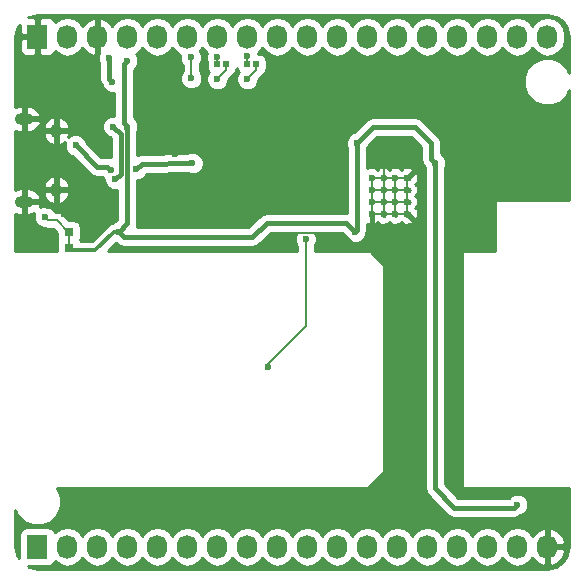
<source format=gbl>
G04 #@! TF.FileFunction,Copper,L2,Bot,Signal*
%FSLAX46Y46*%
G04 Gerber Fmt 4.6, Leading zero omitted, Abs format (unit mm)*
G04 Created by KiCad (PCBNEW (2016-06-08 BZR 6904)-stable) date Sat Jun 25 00:42:27 2016*
%MOMM*%
%LPD*%
G01*
G04 APERTURE LIST*
%ADD10C,0.152400*%
%ADD11C,0.600000*%
%ADD12R,1.727200X2.032000*%
%ADD13O,1.727200X2.032000*%
%ADD14O,0.950000X1.250000*%
%ADD15O,1.550000X1.000000*%
%ADD16R,0.500000X0.500000*%
%ADD17R,0.762000X0.762000*%
%ADD18R,0.152400X1.016000*%
%ADD19C,0.203200*%
%ADD20C,0.406400*%
%ADD21C,0.304800*%
%ADD22C,0.254000*%
G04 APERTURE END LIST*
D10*
D11*
X29972000Y-33274000D03*
X37338000Y-30480000D03*
X26416000Y-44831000D03*
X26416000Y-43561000D03*
X30226000Y-42926000D03*
X28956000Y-42291000D03*
X63500000Y-52832000D03*
X63500000Y-54102000D03*
X63500000Y-51562000D03*
X63500000Y-50292000D03*
X63500000Y-49022000D03*
X63500000Y-47752000D03*
X34036000Y-43434000D03*
X34036000Y-42164000D03*
X32766000Y-42799000D03*
X32766000Y-44069000D03*
X67310000Y-40005000D03*
X64770000Y-34925000D03*
X64770000Y-32385000D03*
X64770000Y-33655000D03*
X46736000Y-42164000D03*
X47244000Y-45720000D03*
X69850000Y-33655000D03*
X71120000Y-34290000D03*
X72644000Y-67564000D03*
X71374000Y-67564000D03*
X71374000Y-68834000D03*
X72644000Y-68834000D03*
X70104000Y-67564000D03*
X70104000Y-68834000D03*
X26428700Y-38811200D03*
X26428700Y-40081200D03*
X26428700Y-37541200D03*
X26428700Y-36271200D03*
X45974000Y-38100000D03*
X45974000Y-39370000D03*
X44704000Y-39370000D03*
X43434000Y-39370000D03*
X42164000Y-40640000D03*
X50038000Y-31750000D03*
X56388000Y-30480000D03*
X56388000Y-31750000D03*
X63500000Y-31750000D03*
X63500000Y-33020000D03*
X63500000Y-34290000D03*
X66040000Y-31750000D03*
X68580000Y-31750000D03*
X60960000Y-34290000D03*
X62230000Y-34925000D03*
X50038000Y-37846000D03*
D12*
X27940000Y-27940000D03*
D13*
X30480000Y-27940000D03*
X33020000Y-27940000D03*
X35560000Y-27940000D03*
X38100000Y-27940000D03*
X40640000Y-27940000D03*
X43180000Y-27940000D03*
X45720000Y-27940000D03*
X48260000Y-27940000D03*
X50800000Y-27940000D03*
X53340000Y-27940000D03*
X55880000Y-27940000D03*
X58420000Y-27940000D03*
X60960000Y-27940000D03*
X63500000Y-27940000D03*
X66040000Y-27940000D03*
X68580000Y-27940000D03*
X71120000Y-27940000D03*
D11*
X42164000Y-43180000D03*
X42164000Y-41910000D03*
X40894000Y-41910000D03*
X40894000Y-43180000D03*
X32766000Y-40259000D03*
X32766000Y-37084000D03*
X31496000Y-39624000D03*
X34036000Y-40894000D03*
X32766000Y-41529000D03*
X51308000Y-30480000D03*
X53848000Y-30480000D03*
X52578000Y-30480000D03*
X55118000Y-30480000D03*
X51308000Y-31750000D03*
X53848000Y-31750000D03*
X55118000Y-31750000D03*
X52578000Y-31750000D03*
X67310000Y-34925000D03*
X67310000Y-36195000D03*
X67310000Y-37465000D03*
X67310000Y-38735000D03*
X71120000Y-35560000D03*
X68580000Y-35560000D03*
X69850000Y-34925000D03*
X60960000Y-31750000D03*
X62230000Y-32385000D03*
X62230000Y-33655000D03*
X60960000Y-33020000D03*
X67310000Y-32385000D03*
X68580000Y-34290000D03*
X67310000Y-33655000D03*
X66040000Y-34290000D03*
X66040000Y-33020000D03*
X68580000Y-33020000D03*
X68580000Y-40640000D03*
X68580000Y-38100000D03*
X68580000Y-39370000D03*
X69850000Y-40005000D03*
X71120000Y-40640000D03*
X71120000Y-39370000D03*
X69850000Y-38735000D03*
X71120000Y-38100000D03*
X69850000Y-37465000D03*
X68580000Y-36830000D03*
X71120000Y-36830000D03*
X69850000Y-36195000D03*
X31496000Y-40894000D03*
X31496000Y-42164000D03*
X31496000Y-43434000D03*
X56260500Y-39927500D03*
X57260500Y-39927500D03*
X58260500Y-39927500D03*
X59260500Y-39927500D03*
X56260500Y-40927500D03*
X57260500Y-40927500D03*
X58260500Y-40927500D03*
X59260500Y-40927500D03*
X56260500Y-41927500D03*
X57260500Y-41927500D03*
X58260500Y-41927500D03*
X59260500Y-41927500D03*
X56260500Y-42927500D03*
X57260500Y-42927500D03*
X58260500Y-42927500D03*
X59260500Y-42927500D03*
D12*
X27940000Y-71120000D03*
D13*
X30480000Y-71120000D03*
X33020000Y-71120000D03*
X35560000Y-71120000D03*
X38100000Y-71120000D03*
X40640000Y-71120000D03*
X43180000Y-71120000D03*
X45720000Y-71120000D03*
X48260000Y-71120000D03*
X50800000Y-71120000D03*
X53340000Y-71120000D03*
X55880000Y-71120000D03*
X58420000Y-71120000D03*
X60960000Y-71120000D03*
X63500000Y-71120000D03*
X66040000Y-71120000D03*
X68580000Y-71120000D03*
X71120000Y-71120000D03*
D14*
X29547800Y-35910000D03*
X29547800Y-40910000D03*
D15*
X26847800Y-34910000D03*
X26847800Y-41910000D03*
D16*
X46482000Y-30289500D03*
X45720000Y-30289500D03*
X43942000Y-30289500D03*
X43180000Y-30289500D03*
D17*
X30607000Y-45812000D03*
X30607000Y-44512000D03*
D18*
X30607000Y-45212000D03*
D11*
X39179500Y-32829500D03*
X55118000Y-45847000D03*
X39624000Y-37846000D03*
X39624000Y-37846000D03*
X27940000Y-30226000D03*
X56947500Y-37511500D03*
X34544000Y-40005000D03*
X34371600Y-35560000D03*
X34290000Y-31750000D03*
X34036000Y-29718000D03*
X40970200Y-31470600D03*
X40919400Y-29692600D03*
X43180000Y-29692602D03*
X45720000Y-29595768D03*
X34861500Y-44450000D03*
X35560000Y-35560000D03*
X35560000Y-29972000D03*
X55014912Y-36931600D03*
X54864000Y-44449998D03*
X68580000Y-67564000D03*
X61595000Y-38608000D03*
X50673000Y-45085000D03*
X47497982Y-55880000D03*
X43179998Y-31542010D03*
X45720000Y-31542010D03*
X31178500Y-37147502D03*
X34163000Y-39243000D03*
X36322000Y-39162010D03*
X41073756Y-38660756D03*
X28575000Y-43180000D03*
D19*
X39624000Y-37846000D02*
X39624000Y-33274000D01*
X39624000Y-33274000D02*
X39179500Y-32829500D01*
X47244000Y-45720000D02*
X48433001Y-44530999D01*
X48433001Y-44530999D02*
X53801999Y-44530999D01*
X53801999Y-44530999D02*
X55118000Y-45847000D01*
D20*
X56260500Y-42927500D02*
X56260500Y-44704500D01*
X56260500Y-44704500D02*
X55118000Y-45847000D01*
X29502540Y-33059100D02*
X29502540Y-31788540D01*
X29502540Y-31788540D02*
X27940000Y-30226000D01*
X29502540Y-38059100D02*
X27802540Y-38059100D01*
X27802540Y-38059100D02*
X26802540Y-39059100D01*
X26802540Y-39059100D02*
X26802540Y-32059100D01*
X29502540Y-33059100D02*
X27802540Y-33059100D01*
X27802540Y-33059100D02*
X26802540Y-32059100D01*
X29502540Y-38059100D02*
X29502540Y-33059100D01*
X26802540Y-32059100D02*
X26802540Y-31363460D01*
X26802540Y-31363460D02*
X27940000Y-30226000D01*
D19*
X57260500Y-39927500D02*
X57260500Y-37824500D01*
X57260500Y-37824500D02*
X56947500Y-37511500D01*
X59260500Y-41927500D02*
X59260500Y-40927500D01*
X58260500Y-41927500D02*
X58260500Y-40927500D01*
X57260500Y-41927500D02*
X57260500Y-40927500D01*
X56260500Y-40927500D02*
X56260500Y-41927500D01*
X56260500Y-39927500D02*
X56260500Y-40927500D01*
X56260500Y-40927500D02*
X57260500Y-40927500D01*
X57260500Y-40927500D02*
X57260500Y-39927500D01*
X57260500Y-40927500D02*
X58260500Y-40927500D01*
X56260500Y-39927500D02*
X57260500Y-39927500D01*
X57260500Y-39927500D02*
X58260500Y-39927500D01*
X58260500Y-39927500D02*
X59260500Y-39927500D01*
X59260500Y-39927500D02*
X59260500Y-40927500D01*
X59260500Y-40927500D02*
X58260500Y-40927500D01*
X58260500Y-40927500D02*
X58260500Y-39927500D01*
X56260500Y-42927500D02*
X56260500Y-41927500D01*
X57260500Y-42927500D02*
X56260500Y-42927500D01*
X57260500Y-42927500D02*
X58260500Y-42927500D01*
X57260500Y-42927500D02*
X57260500Y-41927500D01*
X58260500Y-42927500D02*
X58260500Y-41927500D01*
X59260500Y-42927500D02*
X58260500Y-42927500D01*
X59260500Y-41927500D02*
X59260500Y-42927500D01*
X58260500Y-41927500D02*
X59260500Y-41927500D01*
X57260500Y-41927500D02*
X58260500Y-41927500D01*
X56260500Y-41927500D02*
X57260500Y-41927500D01*
D20*
X35001190Y-39547810D02*
X34544000Y-40005000D01*
X34371600Y-35560000D02*
X35001190Y-36189590D01*
X35001190Y-36189590D02*
X35001190Y-39547810D01*
X34036000Y-31496000D02*
X34290000Y-31750000D01*
X34036000Y-29718000D02*
X34036000Y-31496000D01*
D19*
X40970200Y-31470600D02*
X40970200Y-29743400D01*
X40970200Y-29743400D02*
X40919400Y-29692600D01*
X43180000Y-29692602D02*
X43180000Y-30162500D01*
X45720000Y-30226000D02*
X45720000Y-29595768D01*
D21*
X34861500Y-44450000D02*
X34437236Y-44450000D01*
X34437236Y-44450000D02*
X32862435Y-46024801D01*
X32862435Y-46024801D02*
X30927041Y-46024801D01*
X30927041Y-46024801D02*
X30607000Y-46024801D01*
D20*
X68580000Y-67564000D02*
X68326000Y-67818000D01*
X68326000Y-67818000D02*
X63246000Y-67818000D01*
X63246000Y-67818000D02*
X61595000Y-66167000D01*
X61595000Y-66167000D02*
X61595000Y-38608000D01*
X34861500Y-44450000D02*
X35293310Y-44881810D01*
X47342724Y-43688000D02*
X54102002Y-43688000D01*
X61595000Y-38608000D02*
X61295001Y-38308001D01*
X35560000Y-29972000D02*
X35260001Y-30271999D01*
X54102002Y-43688000D02*
X54864000Y-44449998D01*
X61295001Y-38308001D02*
X61295001Y-36911001D01*
X55014912Y-36931600D02*
X55014912Y-44299086D01*
X34861500Y-44450000D02*
X35560000Y-43751500D01*
X35293310Y-44881810D02*
X46148914Y-44881810D01*
X35260001Y-35260001D02*
X35560000Y-35560000D01*
X59944000Y-35560000D02*
X56386512Y-35560000D01*
X56386512Y-35560000D02*
X55014912Y-36931600D01*
X61295001Y-36911001D02*
X59944000Y-35560000D01*
X35560000Y-43751500D02*
X35560000Y-35560000D01*
X35260001Y-30271999D02*
X35260001Y-35260001D01*
X46148914Y-44881810D02*
X47342724Y-43688000D01*
X55014912Y-44299086D02*
X54864000Y-44449998D01*
D19*
X50673000Y-52451000D02*
X50673000Y-45085000D01*
X50673000Y-52451000D02*
X47498004Y-55625996D01*
X47498004Y-55625996D02*
X47498004Y-55879978D01*
X47498004Y-55879978D02*
X47497982Y-55880000D01*
X43942000Y-30780008D02*
X43179998Y-31542010D01*
X43942000Y-30289500D02*
X43942000Y-30780008D01*
X46482000Y-30780010D02*
X45720000Y-31542010D01*
X46482000Y-30289500D02*
X46482000Y-30780010D01*
D20*
X32973999Y-38943001D02*
X31178500Y-37147502D01*
X33863001Y-38943001D02*
X32973999Y-38943001D01*
X34163000Y-39243000D02*
X33863001Y-38943001D01*
X36322000Y-39162010D02*
X36769611Y-38714399D01*
X36769611Y-38714399D02*
X41073756Y-38660756D01*
D19*
X28575000Y-43180000D02*
X28874999Y-43479999D01*
X28874999Y-43479999D02*
X29574999Y-43479999D01*
X29574999Y-43479999D02*
X30544999Y-44449999D01*
X30544999Y-44449999D02*
X30607000Y-44449999D01*
D22*
G36*
X71824741Y-26238602D02*
X72422193Y-26637807D01*
X72821398Y-27235257D01*
X72975000Y-28007467D01*
X72975000Y-31041437D01*
X72803782Y-30627057D01*
X72245880Y-30068181D01*
X71516573Y-29765346D01*
X70726891Y-29764657D01*
X69997057Y-30066218D01*
X69438181Y-30624120D01*
X69135346Y-31353427D01*
X69134657Y-32143109D01*
X69436218Y-32872943D01*
X69994120Y-33431819D01*
X70723427Y-33734654D01*
X71513109Y-33735343D01*
X72242943Y-33433782D01*
X72801819Y-32875880D01*
X72975000Y-32458814D01*
X72975000Y-41783000D01*
X66802000Y-41783000D01*
X66753399Y-41792667D01*
X66712197Y-41820197D01*
X66684667Y-41861399D01*
X66675000Y-41910000D01*
X66675000Y-46101000D01*
X64008000Y-46101000D01*
X63959399Y-46110667D01*
X63918197Y-46138197D01*
X63890667Y-46179399D01*
X63881000Y-46228000D01*
X63881000Y-66040000D01*
X63890667Y-66088601D01*
X63918197Y-66129803D01*
X63959399Y-66157333D01*
X64008000Y-66167000D01*
X72975000Y-66167000D01*
X72975000Y-71052533D01*
X72821398Y-71824743D01*
X72422193Y-72422193D01*
X71824741Y-72821398D01*
X71052533Y-72975000D01*
X28007467Y-72975000D01*
X27235257Y-72821398D01*
X27178449Y-72783440D01*
X28803600Y-72783440D01*
X29051365Y-72734157D01*
X29261409Y-72593809D01*
X29401757Y-72383765D01*
X29408984Y-72347434D01*
X29420330Y-72364415D01*
X29906511Y-72689271D01*
X30480000Y-72803345D01*
X31053489Y-72689271D01*
X31539670Y-72364415D01*
X31750000Y-72049634D01*
X31960330Y-72364415D01*
X32446511Y-72689271D01*
X33020000Y-72803345D01*
X33593489Y-72689271D01*
X34079670Y-72364415D01*
X34290000Y-72049634D01*
X34500330Y-72364415D01*
X34986511Y-72689271D01*
X35560000Y-72803345D01*
X36133489Y-72689271D01*
X36619670Y-72364415D01*
X36830000Y-72049634D01*
X37040330Y-72364415D01*
X37526511Y-72689271D01*
X38100000Y-72803345D01*
X38673489Y-72689271D01*
X39159670Y-72364415D01*
X39370000Y-72049634D01*
X39580330Y-72364415D01*
X40066511Y-72689271D01*
X40640000Y-72803345D01*
X41213489Y-72689271D01*
X41699670Y-72364415D01*
X41910000Y-72049634D01*
X42120330Y-72364415D01*
X42606511Y-72689271D01*
X43180000Y-72803345D01*
X43753489Y-72689271D01*
X44239670Y-72364415D01*
X44450000Y-72049634D01*
X44660330Y-72364415D01*
X45146511Y-72689271D01*
X45720000Y-72803345D01*
X46293489Y-72689271D01*
X46779670Y-72364415D01*
X46990000Y-72049634D01*
X47200330Y-72364415D01*
X47686511Y-72689271D01*
X48260000Y-72803345D01*
X48833489Y-72689271D01*
X49319670Y-72364415D01*
X49530000Y-72049634D01*
X49740330Y-72364415D01*
X50226511Y-72689271D01*
X50800000Y-72803345D01*
X51373489Y-72689271D01*
X51859670Y-72364415D01*
X52070000Y-72049634D01*
X52280330Y-72364415D01*
X52766511Y-72689271D01*
X53340000Y-72803345D01*
X53913489Y-72689271D01*
X54399670Y-72364415D01*
X54610000Y-72049634D01*
X54820330Y-72364415D01*
X55306511Y-72689271D01*
X55880000Y-72803345D01*
X56453489Y-72689271D01*
X56939670Y-72364415D01*
X57150000Y-72049634D01*
X57360330Y-72364415D01*
X57846511Y-72689271D01*
X58420000Y-72803345D01*
X58993489Y-72689271D01*
X59479670Y-72364415D01*
X59690000Y-72049634D01*
X59900330Y-72364415D01*
X60386511Y-72689271D01*
X60960000Y-72803345D01*
X61533489Y-72689271D01*
X62019670Y-72364415D01*
X62230000Y-72049634D01*
X62440330Y-72364415D01*
X62926511Y-72689271D01*
X63500000Y-72803345D01*
X64073489Y-72689271D01*
X64559670Y-72364415D01*
X64770000Y-72049634D01*
X64980330Y-72364415D01*
X65466511Y-72689271D01*
X66040000Y-72803345D01*
X66613489Y-72689271D01*
X67099670Y-72364415D01*
X67310000Y-72049634D01*
X67520330Y-72364415D01*
X68006511Y-72689271D01*
X68580000Y-72803345D01*
X69153489Y-72689271D01*
X69639670Y-72364415D01*
X69846461Y-72054931D01*
X70217964Y-72470732D01*
X70745209Y-72724709D01*
X70760974Y-72727358D01*
X70993000Y-72606217D01*
X70993000Y-71247000D01*
X71247000Y-71247000D01*
X71247000Y-72606217D01*
X71479026Y-72727358D01*
X71494791Y-72724709D01*
X72022036Y-72470732D01*
X72411954Y-72034320D01*
X72605184Y-71481913D01*
X72460924Y-71247000D01*
X71247000Y-71247000D01*
X70993000Y-71247000D01*
X70973000Y-71247000D01*
X70973000Y-70993000D01*
X70993000Y-70993000D01*
X70993000Y-69633783D01*
X71247000Y-69633783D01*
X71247000Y-70993000D01*
X72460924Y-70993000D01*
X72605184Y-70758087D01*
X72411954Y-70205680D01*
X72022036Y-69769268D01*
X71494791Y-69515291D01*
X71479026Y-69512642D01*
X71247000Y-69633783D01*
X70993000Y-69633783D01*
X70760974Y-69512642D01*
X70745209Y-69515291D01*
X70217964Y-69769268D01*
X69846461Y-70185069D01*
X69639670Y-69875585D01*
X69153489Y-69550729D01*
X68580000Y-69436655D01*
X68006511Y-69550729D01*
X67520330Y-69875585D01*
X67310000Y-70190366D01*
X67099670Y-69875585D01*
X66613489Y-69550729D01*
X66040000Y-69436655D01*
X65466511Y-69550729D01*
X64980330Y-69875585D01*
X64770000Y-70190366D01*
X64559670Y-69875585D01*
X64073489Y-69550729D01*
X63500000Y-69436655D01*
X62926511Y-69550729D01*
X62440330Y-69875585D01*
X62230000Y-70190366D01*
X62019670Y-69875585D01*
X61533489Y-69550729D01*
X60960000Y-69436655D01*
X60386511Y-69550729D01*
X59900330Y-69875585D01*
X59690000Y-70190366D01*
X59479670Y-69875585D01*
X58993489Y-69550729D01*
X58420000Y-69436655D01*
X57846511Y-69550729D01*
X57360330Y-69875585D01*
X57150000Y-70190366D01*
X56939670Y-69875585D01*
X56453489Y-69550729D01*
X55880000Y-69436655D01*
X55306511Y-69550729D01*
X54820330Y-69875585D01*
X54610000Y-70190366D01*
X54399670Y-69875585D01*
X53913489Y-69550729D01*
X53340000Y-69436655D01*
X52766511Y-69550729D01*
X52280330Y-69875585D01*
X52070000Y-70190366D01*
X51859670Y-69875585D01*
X51373489Y-69550729D01*
X50800000Y-69436655D01*
X50226511Y-69550729D01*
X49740330Y-69875585D01*
X49530000Y-70190366D01*
X49319670Y-69875585D01*
X48833489Y-69550729D01*
X48260000Y-69436655D01*
X47686511Y-69550729D01*
X47200330Y-69875585D01*
X46990000Y-70190366D01*
X46779670Y-69875585D01*
X46293489Y-69550729D01*
X45720000Y-69436655D01*
X45146511Y-69550729D01*
X44660330Y-69875585D01*
X44450000Y-70190366D01*
X44239670Y-69875585D01*
X43753489Y-69550729D01*
X43180000Y-69436655D01*
X42606511Y-69550729D01*
X42120330Y-69875585D01*
X41910000Y-70190366D01*
X41699670Y-69875585D01*
X41213489Y-69550729D01*
X40640000Y-69436655D01*
X40066511Y-69550729D01*
X39580330Y-69875585D01*
X39370000Y-70190366D01*
X39159670Y-69875585D01*
X38673489Y-69550729D01*
X38100000Y-69436655D01*
X37526511Y-69550729D01*
X37040330Y-69875585D01*
X36830000Y-70190366D01*
X36619670Y-69875585D01*
X36133489Y-69550729D01*
X35560000Y-69436655D01*
X34986511Y-69550729D01*
X34500330Y-69875585D01*
X34290000Y-70190366D01*
X34079670Y-69875585D01*
X33593489Y-69550729D01*
X33020000Y-69436655D01*
X32446511Y-69550729D01*
X31960330Y-69875585D01*
X31750000Y-70190366D01*
X31539670Y-69875585D01*
X31053489Y-69550729D01*
X30480000Y-69436655D01*
X29906511Y-69550729D01*
X29420330Y-69875585D01*
X29408984Y-69892566D01*
X29401757Y-69856235D01*
X29261409Y-69646191D01*
X29051365Y-69505843D01*
X28803600Y-69456560D01*
X27076400Y-69456560D01*
X26828635Y-69505843D01*
X26618591Y-69646191D01*
X26478243Y-69856235D01*
X26428960Y-70104000D01*
X26428960Y-72109632D01*
X26238602Y-71824741D01*
X26085000Y-71052533D01*
X26085000Y-68018563D01*
X26256218Y-68432943D01*
X26814120Y-68991819D01*
X27543427Y-69294654D01*
X28333109Y-69295343D01*
X29062943Y-68993782D01*
X29621819Y-68435880D01*
X29924654Y-67706573D01*
X29925343Y-66916891D01*
X29623782Y-66187057D01*
X29603760Y-66167000D01*
X55880000Y-66167000D01*
X55928601Y-66157333D01*
X55969803Y-66129803D01*
X57239803Y-64859803D01*
X57267333Y-64818601D01*
X57277000Y-64770000D01*
X57277000Y-47244000D01*
X57267333Y-47195399D01*
X57239803Y-47154197D01*
X56223803Y-46138197D01*
X56182601Y-46110667D01*
X56134000Y-46101000D01*
X51409600Y-46101000D01*
X51409600Y-45670822D01*
X51465192Y-45615327D01*
X51607838Y-45271799D01*
X51608162Y-44899833D01*
X51466117Y-44556057D01*
X51436312Y-44526200D01*
X53754808Y-44526200D01*
X53974652Y-44746044D01*
X54070883Y-44978941D01*
X54333673Y-45242190D01*
X54677201Y-45384836D01*
X55049167Y-45385160D01*
X55392943Y-45243115D01*
X55656192Y-44980325D01*
X55798838Y-44636797D01*
X55798895Y-44571655D01*
X55853112Y-44299086D01*
X55853112Y-43780431D01*
X56163427Y-43875863D01*
X56533739Y-43840822D01*
X56713107Y-43766525D01*
X56720608Y-43647000D01*
X56760500Y-43607108D01*
X56800392Y-43647000D01*
X56807893Y-43766525D01*
X57163427Y-43875863D01*
X57533739Y-43840822D01*
X57713107Y-43766525D01*
X57720608Y-43647000D01*
X57760500Y-43607108D01*
X57800392Y-43647000D01*
X57807893Y-43766525D01*
X58163427Y-43875863D01*
X58533739Y-43840822D01*
X58713107Y-43766525D01*
X58720608Y-43647000D01*
X58760500Y-43607108D01*
X58800392Y-43647000D01*
X58807893Y-43766525D01*
X59163427Y-43875863D01*
X59533739Y-43840822D01*
X59713107Y-43766525D01*
X59725319Y-43571924D01*
X59260500Y-43107105D01*
X59246358Y-43121248D01*
X59194944Y-43069834D01*
X59208863Y-43024573D01*
X59194513Y-42872921D01*
X59394854Y-42853964D01*
X59454248Y-42913358D01*
X59440105Y-42927500D01*
X59904924Y-43392319D01*
X60099525Y-43380107D01*
X60208863Y-43024573D01*
X60173822Y-42654261D01*
X60099525Y-42474893D01*
X59980000Y-42467392D01*
X59940108Y-42427500D01*
X59980000Y-42387608D01*
X60099525Y-42380107D01*
X60208863Y-42024573D01*
X60173822Y-41654261D01*
X60099525Y-41474893D01*
X59980000Y-41467392D01*
X59940108Y-41427500D01*
X59980000Y-41387608D01*
X60099525Y-41380107D01*
X60208863Y-41024573D01*
X60173822Y-40654261D01*
X60099525Y-40474893D01*
X59980000Y-40467392D01*
X59940108Y-40427500D01*
X59980000Y-40387608D01*
X60099525Y-40380107D01*
X60208863Y-40024573D01*
X60173822Y-39654261D01*
X60099525Y-39474893D01*
X59904924Y-39462681D01*
X59440105Y-39927500D01*
X59454248Y-39941643D01*
X59402834Y-39993056D01*
X59357573Y-39979137D01*
X59205921Y-39993487D01*
X59186964Y-39793146D01*
X59246358Y-39733753D01*
X59260500Y-39747895D01*
X59725319Y-39283076D01*
X59713107Y-39088475D01*
X59357573Y-38979137D01*
X58987261Y-39014178D01*
X58807893Y-39088475D01*
X58800392Y-39208000D01*
X58760500Y-39247892D01*
X58720608Y-39208000D01*
X58713107Y-39088475D01*
X58357573Y-38979137D01*
X57987261Y-39014178D01*
X57807893Y-39088475D01*
X57800392Y-39208000D01*
X57760500Y-39247892D01*
X57720608Y-39208000D01*
X57713107Y-39088475D01*
X57357573Y-38979137D01*
X56987261Y-39014178D01*
X56807893Y-39088475D01*
X56800392Y-39208000D01*
X56760500Y-39247892D01*
X56720608Y-39208000D01*
X56713107Y-39088475D01*
X56357573Y-38979137D01*
X55987261Y-39014178D01*
X55853112Y-39069745D01*
X55853112Y-37351128D01*
X55904476Y-37227430D01*
X56733706Y-36398200D01*
X59596806Y-36398200D01*
X60456801Y-37258195D01*
X60456801Y-38308001D01*
X60520605Y-38628767D01*
X60702304Y-38900698D01*
X60705652Y-38904046D01*
X60756800Y-39027834D01*
X60756800Y-66167000D01*
X60820604Y-66487766D01*
X61002303Y-66759697D01*
X62653303Y-68410697D01*
X62925235Y-68592396D01*
X63246000Y-68656200D01*
X68326000Y-68656200D01*
X68646766Y-68592396D01*
X68820545Y-68476280D01*
X69108943Y-68357117D01*
X69372192Y-68094327D01*
X69514838Y-67750799D01*
X69515162Y-67378833D01*
X69373117Y-67035057D01*
X69110327Y-66771808D01*
X68766799Y-66629162D01*
X68394833Y-66628838D01*
X68051057Y-66770883D01*
X67841775Y-66979800D01*
X63593194Y-66979800D01*
X62433200Y-65819806D01*
X62433200Y-39027528D01*
X62529838Y-38794799D01*
X62530162Y-38422833D01*
X62388117Y-38079057D01*
X62133201Y-37823696D01*
X62133201Y-36911001D01*
X62107598Y-36782287D01*
X62069397Y-36590235D01*
X61887698Y-36318304D01*
X60536697Y-34967303D01*
X60264766Y-34785604D01*
X59944000Y-34721800D01*
X56386512Y-34721800D01*
X56065746Y-34785604D01*
X55793815Y-34967303D01*
X54718866Y-36042252D01*
X54485969Y-36138483D01*
X54222720Y-36401273D01*
X54080074Y-36744801D01*
X54079750Y-37116767D01*
X54176712Y-37351434D01*
X54176712Y-42864661D01*
X54102002Y-42849800D01*
X47342724Y-42849800D01*
X47021958Y-42913604D01*
X46750027Y-43095303D01*
X45801720Y-44043610D01*
X36340096Y-44043610D01*
X36398200Y-43751500D01*
X36398200Y-40097077D01*
X36507167Y-40097172D01*
X36850943Y-39955127D01*
X37114192Y-39692337D01*
X37174284Y-39547621D01*
X40666605Y-39504096D01*
X40886957Y-39595594D01*
X41258923Y-39595918D01*
X41602699Y-39453873D01*
X41865948Y-39191083D01*
X42008594Y-38847555D01*
X42008918Y-38475589D01*
X41866873Y-38131813D01*
X41604083Y-37868564D01*
X41260555Y-37725918D01*
X40888589Y-37725594D01*
X40641028Y-37827884D01*
X36759165Y-37876264D01*
X36604213Y-37909099D01*
X36448846Y-37940003D01*
X36444423Y-37942959D01*
X36439220Y-37944061D01*
X36398200Y-37972215D01*
X36398200Y-35979528D01*
X36494838Y-35746799D01*
X36495162Y-35374833D01*
X36353117Y-35031057D01*
X36098201Y-34775696D01*
X36098201Y-30755875D01*
X36352192Y-30502327D01*
X36494838Y-30158799D01*
X36495162Y-29786833D01*
X36353117Y-29443057D01*
X36304889Y-29394745D01*
X36619670Y-29184415D01*
X36830000Y-28869634D01*
X37040330Y-29184415D01*
X37526511Y-29509271D01*
X38100000Y-29623345D01*
X38673489Y-29509271D01*
X39159670Y-29184415D01*
X39370000Y-28869634D01*
X39580330Y-29184415D01*
X40001233Y-29465653D01*
X39984562Y-29505801D01*
X39984238Y-29877767D01*
X40126283Y-30221543D01*
X40233600Y-30329047D01*
X40233600Y-30884778D01*
X40178008Y-30940273D01*
X40035362Y-31283801D01*
X40035038Y-31655767D01*
X40177083Y-31999543D01*
X40439873Y-32262792D01*
X40783401Y-32405438D01*
X41155367Y-32405762D01*
X41499143Y-32263717D01*
X41762392Y-32000927D01*
X41905038Y-31657399D01*
X41905362Y-31285433D01*
X41763317Y-30941657D01*
X41706800Y-30885041D01*
X41706800Y-30227711D01*
X41711592Y-30222927D01*
X41854238Y-29879399D01*
X41854562Y-29507433D01*
X41712908Y-29164603D01*
X41910000Y-28869634D01*
X42120330Y-29184415D01*
X42322517Y-29319512D01*
X42245162Y-29505803D01*
X42244838Y-29877769D01*
X42292018Y-29991953D01*
X42282560Y-30039500D01*
X42282560Y-30539500D01*
X42331843Y-30787265D01*
X42444188Y-30955400D01*
X42387806Y-31011683D01*
X42245160Y-31355211D01*
X42244836Y-31727177D01*
X42386881Y-32070953D01*
X42649671Y-32334202D01*
X42993199Y-32476848D01*
X43365165Y-32477172D01*
X43708941Y-32335127D01*
X43972190Y-32072337D01*
X44114836Y-31728809D01*
X44114906Y-31648812D01*
X44462855Y-31300863D01*
X44516180Y-31221057D01*
X44622530Y-31061893D01*
X44632517Y-31011683D01*
X44633164Y-31008431D01*
X44649809Y-30997309D01*
X44790157Y-30787265D01*
X44831000Y-30581931D01*
X44871843Y-30787265D01*
X44984189Y-30955401D01*
X44927808Y-31011683D01*
X44785162Y-31355211D01*
X44784838Y-31727177D01*
X44926883Y-32070953D01*
X45189673Y-32334202D01*
X45533201Y-32476848D01*
X45905167Y-32477172D01*
X46248943Y-32335127D01*
X46512192Y-32072337D01*
X46654838Y-31728809D01*
X46654908Y-31648812D01*
X47002855Y-31300865D01*
X47130254Y-31110199D01*
X47162530Y-31061895D01*
X47173165Y-31008430D01*
X47189809Y-30997309D01*
X47330157Y-30787265D01*
X47379440Y-30539500D01*
X47379440Y-30039500D01*
X47330157Y-29791735D01*
X47189809Y-29581691D01*
X46979765Y-29441343D01*
X46732000Y-29392060D01*
X46647501Y-29392060D01*
X46608862Y-29298546D01*
X46779670Y-29184415D01*
X46990000Y-28869634D01*
X47200330Y-29184415D01*
X47686511Y-29509271D01*
X48260000Y-29623345D01*
X48833489Y-29509271D01*
X49319670Y-29184415D01*
X49530000Y-28869634D01*
X49740330Y-29184415D01*
X50226511Y-29509271D01*
X50800000Y-29623345D01*
X51373489Y-29509271D01*
X51859670Y-29184415D01*
X52070000Y-28869634D01*
X52280330Y-29184415D01*
X52766511Y-29509271D01*
X53340000Y-29623345D01*
X53913489Y-29509271D01*
X54399670Y-29184415D01*
X54610000Y-28869634D01*
X54820330Y-29184415D01*
X55306511Y-29509271D01*
X55880000Y-29623345D01*
X56453489Y-29509271D01*
X56939670Y-29184415D01*
X57150000Y-28869634D01*
X57360330Y-29184415D01*
X57846511Y-29509271D01*
X58420000Y-29623345D01*
X58993489Y-29509271D01*
X59479670Y-29184415D01*
X59690000Y-28869634D01*
X59900330Y-29184415D01*
X60386511Y-29509271D01*
X60960000Y-29623345D01*
X61533489Y-29509271D01*
X62019670Y-29184415D01*
X62230000Y-28869634D01*
X62440330Y-29184415D01*
X62926511Y-29509271D01*
X63500000Y-29623345D01*
X64073489Y-29509271D01*
X64559670Y-29184415D01*
X64770000Y-28869634D01*
X64980330Y-29184415D01*
X65466511Y-29509271D01*
X66040000Y-29623345D01*
X66613489Y-29509271D01*
X67099670Y-29184415D01*
X67310000Y-28869634D01*
X67520330Y-29184415D01*
X68006511Y-29509271D01*
X68580000Y-29623345D01*
X69153489Y-29509271D01*
X69639670Y-29184415D01*
X69850000Y-28869634D01*
X70060330Y-29184415D01*
X70546511Y-29509271D01*
X71120000Y-29623345D01*
X71693489Y-29509271D01*
X72179670Y-29184415D01*
X72504526Y-28698234D01*
X72618600Y-28124745D01*
X72618600Y-27755255D01*
X72504526Y-27181766D01*
X72179670Y-26695585D01*
X71693489Y-26370729D01*
X71120000Y-26256655D01*
X70546511Y-26370729D01*
X70060330Y-26695585D01*
X69850000Y-27010366D01*
X69639670Y-26695585D01*
X69153489Y-26370729D01*
X68580000Y-26256655D01*
X68006511Y-26370729D01*
X67520330Y-26695585D01*
X67310000Y-27010366D01*
X67099670Y-26695585D01*
X66613489Y-26370729D01*
X66040000Y-26256655D01*
X65466511Y-26370729D01*
X64980330Y-26695585D01*
X64770000Y-27010366D01*
X64559670Y-26695585D01*
X64073489Y-26370729D01*
X63500000Y-26256655D01*
X62926511Y-26370729D01*
X62440330Y-26695585D01*
X62230000Y-27010366D01*
X62019670Y-26695585D01*
X61533489Y-26370729D01*
X60960000Y-26256655D01*
X60386511Y-26370729D01*
X59900330Y-26695585D01*
X59690000Y-27010366D01*
X59479670Y-26695585D01*
X58993489Y-26370729D01*
X58420000Y-26256655D01*
X57846511Y-26370729D01*
X57360330Y-26695585D01*
X57150000Y-27010366D01*
X56939670Y-26695585D01*
X56453489Y-26370729D01*
X55880000Y-26256655D01*
X55306511Y-26370729D01*
X54820330Y-26695585D01*
X54610000Y-27010366D01*
X54399670Y-26695585D01*
X53913489Y-26370729D01*
X53340000Y-26256655D01*
X52766511Y-26370729D01*
X52280330Y-26695585D01*
X52070000Y-27010366D01*
X51859670Y-26695585D01*
X51373489Y-26370729D01*
X50800000Y-26256655D01*
X50226511Y-26370729D01*
X49740330Y-26695585D01*
X49530000Y-27010366D01*
X49319670Y-26695585D01*
X48833489Y-26370729D01*
X48260000Y-26256655D01*
X47686511Y-26370729D01*
X47200330Y-26695585D01*
X46990000Y-27010366D01*
X46779670Y-26695585D01*
X46293489Y-26370729D01*
X45720000Y-26256655D01*
X45146511Y-26370729D01*
X44660330Y-26695585D01*
X44450000Y-27010366D01*
X44239670Y-26695585D01*
X43753489Y-26370729D01*
X43180000Y-26256655D01*
X42606511Y-26370729D01*
X42120330Y-26695585D01*
X41910000Y-27010366D01*
X41699670Y-26695585D01*
X41213489Y-26370729D01*
X40640000Y-26256655D01*
X40066511Y-26370729D01*
X39580330Y-26695585D01*
X39370000Y-27010366D01*
X39159670Y-26695585D01*
X38673489Y-26370729D01*
X38100000Y-26256655D01*
X37526511Y-26370729D01*
X37040330Y-26695585D01*
X36830000Y-27010366D01*
X36619670Y-26695585D01*
X36133489Y-26370729D01*
X35560000Y-26256655D01*
X34986511Y-26370729D01*
X34500330Y-26695585D01*
X34293539Y-27005069D01*
X33922036Y-26589268D01*
X33394791Y-26335291D01*
X33379026Y-26332642D01*
X33147000Y-26453783D01*
X33147000Y-27813000D01*
X33167000Y-27813000D01*
X33167000Y-28067000D01*
X33147000Y-28067000D01*
X33147000Y-29420811D01*
X33101162Y-29531201D01*
X33100838Y-29903167D01*
X33197800Y-30137834D01*
X33197800Y-31496000D01*
X33261604Y-31816766D01*
X33377720Y-31990545D01*
X33496883Y-32278943D01*
X33759673Y-32542192D01*
X34103201Y-32684838D01*
X34421801Y-32685116D01*
X34421801Y-34625043D01*
X34186433Y-34624838D01*
X33842657Y-34766883D01*
X33579408Y-35029673D01*
X33436762Y-35373201D01*
X33436438Y-35745167D01*
X33578483Y-36088943D01*
X33841273Y-36352192D01*
X34075770Y-36449564D01*
X34162990Y-36536784D01*
X34162990Y-38164472D01*
X33863001Y-38104801D01*
X33321193Y-38104801D01*
X32067848Y-36851456D01*
X31971617Y-36618559D01*
X31708827Y-36355310D01*
X31365299Y-36212664D01*
X30993333Y-36212340D01*
X30649557Y-36354385D01*
X30573171Y-36430638D01*
X30649029Y-36211131D01*
X30500363Y-36037000D01*
X29674800Y-36037000D01*
X29674800Y-37002734D01*
X29845738Y-37129268D01*
X30219621Y-36945552D01*
X30276667Y-36881220D01*
X30243662Y-36960703D01*
X30243338Y-37332669D01*
X30385383Y-37676445D01*
X30648173Y-37939694D01*
X30882670Y-38037066D01*
X32381302Y-39535698D01*
X32653233Y-39717397D01*
X32973999Y-39781201D01*
X33379125Y-39781201D01*
X33608994Y-40011471D01*
X33608838Y-40190167D01*
X33750883Y-40533943D01*
X34013673Y-40797192D01*
X34357201Y-40939838D01*
X34721800Y-40940156D01*
X34721800Y-43404306D01*
X34565454Y-43560652D01*
X34332557Y-43656883D01*
X34299356Y-43690026D01*
X34135911Y-43722537D01*
X33880460Y-43893224D01*
X32536283Y-45237401D01*
X31596931Y-45237401D01*
X31586157Y-45183235D01*
X31571968Y-45162000D01*
X31586157Y-45140765D01*
X31635440Y-44893000D01*
X31635440Y-44131000D01*
X31586157Y-43883235D01*
X31445809Y-43673191D01*
X31235765Y-43532843D01*
X30988000Y-43483560D01*
X30620270Y-43483560D01*
X30095854Y-42959144D01*
X29856884Y-42799469D01*
X29574999Y-42743399D01*
X29406272Y-42743399D01*
X29368117Y-42651057D01*
X29105327Y-42387808D01*
X28761799Y-42245162D01*
X28389833Y-42244838D01*
X28152604Y-42342859D01*
X28216919Y-42211874D01*
X28090754Y-42037000D01*
X26974800Y-42037000D01*
X26974800Y-43045000D01*
X27249800Y-43045000D01*
X27674478Y-42910002D01*
X27674834Y-42909702D01*
X27640162Y-42993201D01*
X27639838Y-43365167D01*
X27781883Y-43708943D01*
X28044673Y-43972192D01*
X28388201Y-44114838D01*
X28524911Y-44114957D01*
X28593114Y-44160529D01*
X28874999Y-44216599D01*
X29269889Y-44216599D01*
X29578560Y-44525270D01*
X29578560Y-44893000D01*
X29627843Y-45140765D01*
X29642032Y-45162000D01*
X29627843Y-45183235D01*
X29578560Y-45431000D01*
X29578560Y-46101000D01*
X26085000Y-46101000D01*
X26085000Y-42930308D01*
X26445800Y-43045000D01*
X26720800Y-43045000D01*
X26720800Y-42037000D01*
X26700800Y-42037000D01*
X26700800Y-41783000D01*
X26720800Y-41783000D01*
X26720800Y-40775000D01*
X26974800Y-40775000D01*
X26974800Y-41783000D01*
X28090754Y-41783000D01*
X28216919Y-41608126D01*
X28021991Y-41211131D01*
X28446571Y-41211131D01*
X28588232Y-41621049D01*
X28875979Y-41945552D01*
X29249862Y-42129268D01*
X29420800Y-42002734D01*
X29420800Y-41037000D01*
X29674800Y-41037000D01*
X29674800Y-42002734D01*
X29845738Y-42129268D01*
X30219621Y-41945552D01*
X30507368Y-41621049D01*
X30649029Y-41211131D01*
X30500363Y-41037000D01*
X29674800Y-41037000D01*
X29420800Y-41037000D01*
X28595237Y-41037000D01*
X28446571Y-41211131D01*
X28021991Y-41211131D01*
X28015168Y-41197237D01*
X27674478Y-40909998D01*
X27249800Y-40775000D01*
X26974800Y-40775000D01*
X26720800Y-40775000D01*
X26445800Y-40775000D01*
X26085000Y-40889692D01*
X26085000Y-40608869D01*
X28446571Y-40608869D01*
X28595237Y-40783000D01*
X29420800Y-40783000D01*
X29420800Y-39817266D01*
X29674800Y-39817266D01*
X29674800Y-40783000D01*
X30500363Y-40783000D01*
X30649029Y-40608869D01*
X30507368Y-40198951D01*
X30219621Y-39874448D01*
X29845738Y-39690732D01*
X29674800Y-39817266D01*
X29420800Y-39817266D01*
X29249862Y-39690732D01*
X28875979Y-39874448D01*
X28588232Y-40198951D01*
X28446571Y-40608869D01*
X26085000Y-40608869D01*
X26085000Y-36211131D01*
X28446571Y-36211131D01*
X28588232Y-36621049D01*
X28875979Y-36945552D01*
X29249862Y-37129268D01*
X29420800Y-37002734D01*
X29420800Y-36037000D01*
X28595237Y-36037000D01*
X28446571Y-36211131D01*
X26085000Y-36211131D01*
X26085000Y-35930308D01*
X26445800Y-36045000D01*
X26720800Y-36045000D01*
X26720800Y-35037000D01*
X26974800Y-35037000D01*
X26974800Y-36045000D01*
X27249800Y-36045000D01*
X27674478Y-35910002D01*
X28015168Y-35622763D01*
X28021990Y-35608869D01*
X28446571Y-35608869D01*
X28595237Y-35783000D01*
X29420800Y-35783000D01*
X29420800Y-34817266D01*
X29674800Y-34817266D01*
X29674800Y-35783000D01*
X30500363Y-35783000D01*
X30649029Y-35608869D01*
X30507368Y-35198951D01*
X30219621Y-34874448D01*
X29845738Y-34690732D01*
X29674800Y-34817266D01*
X29420800Y-34817266D01*
X29249862Y-34690732D01*
X28875979Y-34874448D01*
X28588232Y-35198951D01*
X28446571Y-35608869D01*
X28021990Y-35608869D01*
X28216919Y-35211874D01*
X28090754Y-35037000D01*
X26974800Y-35037000D01*
X26720800Y-35037000D01*
X26700800Y-35037000D01*
X26700800Y-34783000D01*
X26720800Y-34783000D01*
X26720800Y-33775000D01*
X26974800Y-33775000D01*
X26974800Y-34783000D01*
X28090754Y-34783000D01*
X28216919Y-34608126D01*
X28015168Y-34197237D01*
X27674478Y-33909998D01*
X27249800Y-33775000D01*
X26974800Y-33775000D01*
X26720800Y-33775000D01*
X26445800Y-33775000D01*
X26085000Y-33889692D01*
X26085000Y-28225750D01*
X26441400Y-28225750D01*
X26441400Y-29082309D01*
X26538073Y-29315698D01*
X26716701Y-29494327D01*
X26950090Y-29591000D01*
X27654250Y-29591000D01*
X27813000Y-29432250D01*
X27813000Y-28067000D01*
X26600150Y-28067000D01*
X26441400Y-28225750D01*
X26085000Y-28225750D01*
X26085000Y-28007467D01*
X26238602Y-27235259D01*
X26441400Y-26931750D01*
X26441400Y-27654250D01*
X26600150Y-27813000D01*
X27813000Y-27813000D01*
X27813000Y-26447750D01*
X28067000Y-26447750D01*
X28067000Y-27813000D01*
X28087000Y-27813000D01*
X28087000Y-28067000D01*
X28067000Y-28067000D01*
X28067000Y-29432250D01*
X28225750Y-29591000D01*
X28929910Y-29591000D01*
X29163299Y-29494327D01*
X29341927Y-29315698D01*
X29405500Y-29162220D01*
X29420330Y-29184415D01*
X29906511Y-29509271D01*
X30480000Y-29623345D01*
X31053489Y-29509271D01*
X31539670Y-29184415D01*
X31746461Y-28874931D01*
X32117964Y-29290732D01*
X32645209Y-29544709D01*
X32660974Y-29547358D01*
X32893000Y-29426217D01*
X32893000Y-28067000D01*
X32873000Y-28067000D01*
X32873000Y-27813000D01*
X32893000Y-27813000D01*
X32893000Y-26453783D01*
X32660974Y-26332642D01*
X32645209Y-26335291D01*
X32117964Y-26589268D01*
X31746461Y-27005069D01*
X31539670Y-26695585D01*
X31053489Y-26370729D01*
X30480000Y-26256655D01*
X29906511Y-26370729D01*
X29420330Y-26695585D01*
X29405500Y-26717780D01*
X29341927Y-26564302D01*
X29163299Y-26385673D01*
X28929910Y-26289000D01*
X28225750Y-26289000D01*
X28067000Y-26447750D01*
X27813000Y-26447750D01*
X27654250Y-26289000D01*
X27159831Y-26289000D01*
X27235257Y-26238602D01*
X28007467Y-26085000D01*
X71052533Y-26085000D01*
X71824741Y-26238602D01*
X71824741Y-26238602D01*
G37*
X71824741Y-26238602D02*
X72422193Y-26637807D01*
X72821398Y-27235257D01*
X72975000Y-28007467D01*
X72975000Y-31041437D01*
X72803782Y-30627057D01*
X72245880Y-30068181D01*
X71516573Y-29765346D01*
X70726891Y-29764657D01*
X69997057Y-30066218D01*
X69438181Y-30624120D01*
X69135346Y-31353427D01*
X69134657Y-32143109D01*
X69436218Y-32872943D01*
X69994120Y-33431819D01*
X70723427Y-33734654D01*
X71513109Y-33735343D01*
X72242943Y-33433782D01*
X72801819Y-32875880D01*
X72975000Y-32458814D01*
X72975000Y-41783000D01*
X66802000Y-41783000D01*
X66753399Y-41792667D01*
X66712197Y-41820197D01*
X66684667Y-41861399D01*
X66675000Y-41910000D01*
X66675000Y-46101000D01*
X64008000Y-46101000D01*
X63959399Y-46110667D01*
X63918197Y-46138197D01*
X63890667Y-46179399D01*
X63881000Y-46228000D01*
X63881000Y-66040000D01*
X63890667Y-66088601D01*
X63918197Y-66129803D01*
X63959399Y-66157333D01*
X64008000Y-66167000D01*
X72975000Y-66167000D01*
X72975000Y-71052533D01*
X72821398Y-71824743D01*
X72422193Y-72422193D01*
X71824741Y-72821398D01*
X71052533Y-72975000D01*
X28007467Y-72975000D01*
X27235257Y-72821398D01*
X27178449Y-72783440D01*
X28803600Y-72783440D01*
X29051365Y-72734157D01*
X29261409Y-72593809D01*
X29401757Y-72383765D01*
X29408984Y-72347434D01*
X29420330Y-72364415D01*
X29906511Y-72689271D01*
X30480000Y-72803345D01*
X31053489Y-72689271D01*
X31539670Y-72364415D01*
X31750000Y-72049634D01*
X31960330Y-72364415D01*
X32446511Y-72689271D01*
X33020000Y-72803345D01*
X33593489Y-72689271D01*
X34079670Y-72364415D01*
X34290000Y-72049634D01*
X34500330Y-72364415D01*
X34986511Y-72689271D01*
X35560000Y-72803345D01*
X36133489Y-72689271D01*
X36619670Y-72364415D01*
X36830000Y-72049634D01*
X37040330Y-72364415D01*
X37526511Y-72689271D01*
X38100000Y-72803345D01*
X38673489Y-72689271D01*
X39159670Y-72364415D01*
X39370000Y-72049634D01*
X39580330Y-72364415D01*
X40066511Y-72689271D01*
X40640000Y-72803345D01*
X41213489Y-72689271D01*
X41699670Y-72364415D01*
X41910000Y-72049634D01*
X42120330Y-72364415D01*
X42606511Y-72689271D01*
X43180000Y-72803345D01*
X43753489Y-72689271D01*
X44239670Y-72364415D01*
X44450000Y-72049634D01*
X44660330Y-72364415D01*
X45146511Y-72689271D01*
X45720000Y-72803345D01*
X46293489Y-72689271D01*
X46779670Y-72364415D01*
X46990000Y-72049634D01*
X47200330Y-72364415D01*
X47686511Y-72689271D01*
X48260000Y-72803345D01*
X48833489Y-72689271D01*
X49319670Y-72364415D01*
X49530000Y-72049634D01*
X49740330Y-72364415D01*
X50226511Y-72689271D01*
X50800000Y-72803345D01*
X51373489Y-72689271D01*
X51859670Y-72364415D01*
X52070000Y-72049634D01*
X52280330Y-72364415D01*
X52766511Y-72689271D01*
X53340000Y-72803345D01*
X53913489Y-72689271D01*
X54399670Y-72364415D01*
X54610000Y-72049634D01*
X54820330Y-72364415D01*
X55306511Y-72689271D01*
X55880000Y-72803345D01*
X56453489Y-72689271D01*
X56939670Y-72364415D01*
X57150000Y-72049634D01*
X57360330Y-72364415D01*
X57846511Y-72689271D01*
X58420000Y-72803345D01*
X58993489Y-72689271D01*
X59479670Y-72364415D01*
X59690000Y-72049634D01*
X59900330Y-72364415D01*
X60386511Y-72689271D01*
X60960000Y-72803345D01*
X61533489Y-72689271D01*
X62019670Y-72364415D01*
X62230000Y-72049634D01*
X62440330Y-72364415D01*
X62926511Y-72689271D01*
X63500000Y-72803345D01*
X64073489Y-72689271D01*
X64559670Y-72364415D01*
X64770000Y-72049634D01*
X64980330Y-72364415D01*
X65466511Y-72689271D01*
X66040000Y-72803345D01*
X66613489Y-72689271D01*
X67099670Y-72364415D01*
X67310000Y-72049634D01*
X67520330Y-72364415D01*
X68006511Y-72689271D01*
X68580000Y-72803345D01*
X69153489Y-72689271D01*
X69639670Y-72364415D01*
X69846461Y-72054931D01*
X70217964Y-72470732D01*
X70745209Y-72724709D01*
X70760974Y-72727358D01*
X70993000Y-72606217D01*
X70993000Y-71247000D01*
X71247000Y-71247000D01*
X71247000Y-72606217D01*
X71479026Y-72727358D01*
X71494791Y-72724709D01*
X72022036Y-72470732D01*
X72411954Y-72034320D01*
X72605184Y-71481913D01*
X72460924Y-71247000D01*
X71247000Y-71247000D01*
X70993000Y-71247000D01*
X70973000Y-71247000D01*
X70973000Y-70993000D01*
X70993000Y-70993000D01*
X70993000Y-69633783D01*
X71247000Y-69633783D01*
X71247000Y-70993000D01*
X72460924Y-70993000D01*
X72605184Y-70758087D01*
X72411954Y-70205680D01*
X72022036Y-69769268D01*
X71494791Y-69515291D01*
X71479026Y-69512642D01*
X71247000Y-69633783D01*
X70993000Y-69633783D01*
X70760974Y-69512642D01*
X70745209Y-69515291D01*
X70217964Y-69769268D01*
X69846461Y-70185069D01*
X69639670Y-69875585D01*
X69153489Y-69550729D01*
X68580000Y-69436655D01*
X68006511Y-69550729D01*
X67520330Y-69875585D01*
X67310000Y-70190366D01*
X67099670Y-69875585D01*
X66613489Y-69550729D01*
X66040000Y-69436655D01*
X65466511Y-69550729D01*
X64980330Y-69875585D01*
X64770000Y-70190366D01*
X64559670Y-69875585D01*
X64073489Y-69550729D01*
X63500000Y-69436655D01*
X62926511Y-69550729D01*
X62440330Y-69875585D01*
X62230000Y-70190366D01*
X62019670Y-69875585D01*
X61533489Y-69550729D01*
X60960000Y-69436655D01*
X60386511Y-69550729D01*
X59900330Y-69875585D01*
X59690000Y-70190366D01*
X59479670Y-69875585D01*
X58993489Y-69550729D01*
X58420000Y-69436655D01*
X57846511Y-69550729D01*
X57360330Y-69875585D01*
X57150000Y-70190366D01*
X56939670Y-69875585D01*
X56453489Y-69550729D01*
X55880000Y-69436655D01*
X55306511Y-69550729D01*
X54820330Y-69875585D01*
X54610000Y-70190366D01*
X54399670Y-69875585D01*
X53913489Y-69550729D01*
X53340000Y-69436655D01*
X52766511Y-69550729D01*
X52280330Y-69875585D01*
X52070000Y-70190366D01*
X51859670Y-69875585D01*
X51373489Y-69550729D01*
X50800000Y-69436655D01*
X50226511Y-69550729D01*
X49740330Y-69875585D01*
X49530000Y-70190366D01*
X49319670Y-69875585D01*
X48833489Y-69550729D01*
X48260000Y-69436655D01*
X47686511Y-69550729D01*
X47200330Y-69875585D01*
X46990000Y-70190366D01*
X46779670Y-69875585D01*
X46293489Y-69550729D01*
X45720000Y-69436655D01*
X45146511Y-69550729D01*
X44660330Y-69875585D01*
X44450000Y-70190366D01*
X44239670Y-69875585D01*
X43753489Y-69550729D01*
X43180000Y-69436655D01*
X42606511Y-69550729D01*
X42120330Y-69875585D01*
X41910000Y-70190366D01*
X41699670Y-69875585D01*
X41213489Y-69550729D01*
X40640000Y-69436655D01*
X40066511Y-69550729D01*
X39580330Y-69875585D01*
X39370000Y-70190366D01*
X39159670Y-69875585D01*
X38673489Y-69550729D01*
X38100000Y-69436655D01*
X37526511Y-69550729D01*
X37040330Y-69875585D01*
X36830000Y-70190366D01*
X36619670Y-69875585D01*
X36133489Y-69550729D01*
X35560000Y-69436655D01*
X34986511Y-69550729D01*
X34500330Y-69875585D01*
X34290000Y-70190366D01*
X34079670Y-69875585D01*
X33593489Y-69550729D01*
X33020000Y-69436655D01*
X32446511Y-69550729D01*
X31960330Y-69875585D01*
X31750000Y-70190366D01*
X31539670Y-69875585D01*
X31053489Y-69550729D01*
X30480000Y-69436655D01*
X29906511Y-69550729D01*
X29420330Y-69875585D01*
X29408984Y-69892566D01*
X29401757Y-69856235D01*
X29261409Y-69646191D01*
X29051365Y-69505843D01*
X28803600Y-69456560D01*
X27076400Y-69456560D01*
X26828635Y-69505843D01*
X26618591Y-69646191D01*
X26478243Y-69856235D01*
X26428960Y-70104000D01*
X26428960Y-72109632D01*
X26238602Y-71824741D01*
X26085000Y-71052533D01*
X26085000Y-68018563D01*
X26256218Y-68432943D01*
X26814120Y-68991819D01*
X27543427Y-69294654D01*
X28333109Y-69295343D01*
X29062943Y-68993782D01*
X29621819Y-68435880D01*
X29924654Y-67706573D01*
X29925343Y-66916891D01*
X29623782Y-66187057D01*
X29603760Y-66167000D01*
X55880000Y-66167000D01*
X55928601Y-66157333D01*
X55969803Y-66129803D01*
X57239803Y-64859803D01*
X57267333Y-64818601D01*
X57277000Y-64770000D01*
X57277000Y-47244000D01*
X57267333Y-47195399D01*
X57239803Y-47154197D01*
X56223803Y-46138197D01*
X56182601Y-46110667D01*
X56134000Y-46101000D01*
X51409600Y-46101000D01*
X51409600Y-45670822D01*
X51465192Y-45615327D01*
X51607838Y-45271799D01*
X51608162Y-44899833D01*
X51466117Y-44556057D01*
X51436312Y-44526200D01*
X53754808Y-44526200D01*
X53974652Y-44746044D01*
X54070883Y-44978941D01*
X54333673Y-45242190D01*
X54677201Y-45384836D01*
X55049167Y-45385160D01*
X55392943Y-45243115D01*
X55656192Y-44980325D01*
X55798838Y-44636797D01*
X55798895Y-44571655D01*
X55853112Y-44299086D01*
X55853112Y-43780431D01*
X56163427Y-43875863D01*
X56533739Y-43840822D01*
X56713107Y-43766525D01*
X56720608Y-43647000D01*
X56760500Y-43607108D01*
X56800392Y-43647000D01*
X56807893Y-43766525D01*
X57163427Y-43875863D01*
X57533739Y-43840822D01*
X57713107Y-43766525D01*
X57720608Y-43647000D01*
X57760500Y-43607108D01*
X57800392Y-43647000D01*
X57807893Y-43766525D01*
X58163427Y-43875863D01*
X58533739Y-43840822D01*
X58713107Y-43766525D01*
X58720608Y-43647000D01*
X58760500Y-43607108D01*
X58800392Y-43647000D01*
X58807893Y-43766525D01*
X59163427Y-43875863D01*
X59533739Y-43840822D01*
X59713107Y-43766525D01*
X59725319Y-43571924D01*
X59260500Y-43107105D01*
X59246358Y-43121248D01*
X59194944Y-43069834D01*
X59208863Y-43024573D01*
X59194513Y-42872921D01*
X59394854Y-42853964D01*
X59454248Y-42913358D01*
X59440105Y-42927500D01*
X59904924Y-43392319D01*
X60099525Y-43380107D01*
X60208863Y-43024573D01*
X60173822Y-42654261D01*
X60099525Y-42474893D01*
X59980000Y-42467392D01*
X59940108Y-42427500D01*
X59980000Y-42387608D01*
X60099525Y-42380107D01*
X60208863Y-42024573D01*
X60173822Y-41654261D01*
X60099525Y-41474893D01*
X59980000Y-41467392D01*
X59940108Y-41427500D01*
X59980000Y-41387608D01*
X60099525Y-41380107D01*
X60208863Y-41024573D01*
X60173822Y-40654261D01*
X60099525Y-40474893D01*
X59980000Y-40467392D01*
X59940108Y-40427500D01*
X59980000Y-40387608D01*
X60099525Y-40380107D01*
X60208863Y-40024573D01*
X60173822Y-39654261D01*
X60099525Y-39474893D01*
X59904924Y-39462681D01*
X59440105Y-39927500D01*
X59454248Y-39941643D01*
X59402834Y-39993056D01*
X59357573Y-39979137D01*
X59205921Y-39993487D01*
X59186964Y-39793146D01*
X59246358Y-39733753D01*
X59260500Y-39747895D01*
X59725319Y-39283076D01*
X59713107Y-39088475D01*
X59357573Y-38979137D01*
X58987261Y-39014178D01*
X58807893Y-39088475D01*
X58800392Y-39208000D01*
X58760500Y-39247892D01*
X58720608Y-39208000D01*
X58713107Y-39088475D01*
X58357573Y-38979137D01*
X57987261Y-39014178D01*
X57807893Y-39088475D01*
X57800392Y-39208000D01*
X57760500Y-39247892D01*
X57720608Y-39208000D01*
X57713107Y-39088475D01*
X57357573Y-38979137D01*
X56987261Y-39014178D01*
X56807893Y-39088475D01*
X56800392Y-39208000D01*
X56760500Y-39247892D01*
X56720608Y-39208000D01*
X56713107Y-39088475D01*
X56357573Y-38979137D01*
X55987261Y-39014178D01*
X55853112Y-39069745D01*
X55853112Y-37351128D01*
X55904476Y-37227430D01*
X56733706Y-36398200D01*
X59596806Y-36398200D01*
X60456801Y-37258195D01*
X60456801Y-38308001D01*
X60520605Y-38628767D01*
X60702304Y-38900698D01*
X60705652Y-38904046D01*
X60756800Y-39027834D01*
X60756800Y-66167000D01*
X60820604Y-66487766D01*
X61002303Y-66759697D01*
X62653303Y-68410697D01*
X62925235Y-68592396D01*
X63246000Y-68656200D01*
X68326000Y-68656200D01*
X68646766Y-68592396D01*
X68820545Y-68476280D01*
X69108943Y-68357117D01*
X69372192Y-68094327D01*
X69514838Y-67750799D01*
X69515162Y-67378833D01*
X69373117Y-67035057D01*
X69110327Y-66771808D01*
X68766799Y-66629162D01*
X68394833Y-66628838D01*
X68051057Y-66770883D01*
X67841775Y-66979800D01*
X63593194Y-66979800D01*
X62433200Y-65819806D01*
X62433200Y-39027528D01*
X62529838Y-38794799D01*
X62530162Y-38422833D01*
X62388117Y-38079057D01*
X62133201Y-37823696D01*
X62133201Y-36911001D01*
X62107598Y-36782287D01*
X62069397Y-36590235D01*
X61887698Y-36318304D01*
X60536697Y-34967303D01*
X60264766Y-34785604D01*
X59944000Y-34721800D01*
X56386512Y-34721800D01*
X56065746Y-34785604D01*
X55793815Y-34967303D01*
X54718866Y-36042252D01*
X54485969Y-36138483D01*
X54222720Y-36401273D01*
X54080074Y-36744801D01*
X54079750Y-37116767D01*
X54176712Y-37351434D01*
X54176712Y-42864661D01*
X54102002Y-42849800D01*
X47342724Y-42849800D01*
X47021958Y-42913604D01*
X46750027Y-43095303D01*
X45801720Y-44043610D01*
X36340096Y-44043610D01*
X36398200Y-43751500D01*
X36398200Y-40097077D01*
X36507167Y-40097172D01*
X36850943Y-39955127D01*
X37114192Y-39692337D01*
X37174284Y-39547621D01*
X40666605Y-39504096D01*
X40886957Y-39595594D01*
X41258923Y-39595918D01*
X41602699Y-39453873D01*
X41865948Y-39191083D01*
X42008594Y-38847555D01*
X42008918Y-38475589D01*
X41866873Y-38131813D01*
X41604083Y-37868564D01*
X41260555Y-37725918D01*
X40888589Y-37725594D01*
X40641028Y-37827884D01*
X36759165Y-37876264D01*
X36604213Y-37909099D01*
X36448846Y-37940003D01*
X36444423Y-37942959D01*
X36439220Y-37944061D01*
X36398200Y-37972215D01*
X36398200Y-35979528D01*
X36494838Y-35746799D01*
X36495162Y-35374833D01*
X36353117Y-35031057D01*
X36098201Y-34775696D01*
X36098201Y-30755875D01*
X36352192Y-30502327D01*
X36494838Y-30158799D01*
X36495162Y-29786833D01*
X36353117Y-29443057D01*
X36304889Y-29394745D01*
X36619670Y-29184415D01*
X36830000Y-28869634D01*
X37040330Y-29184415D01*
X37526511Y-29509271D01*
X38100000Y-29623345D01*
X38673489Y-29509271D01*
X39159670Y-29184415D01*
X39370000Y-28869634D01*
X39580330Y-29184415D01*
X40001233Y-29465653D01*
X39984562Y-29505801D01*
X39984238Y-29877767D01*
X40126283Y-30221543D01*
X40233600Y-30329047D01*
X40233600Y-30884778D01*
X40178008Y-30940273D01*
X40035362Y-31283801D01*
X40035038Y-31655767D01*
X40177083Y-31999543D01*
X40439873Y-32262792D01*
X40783401Y-32405438D01*
X41155367Y-32405762D01*
X41499143Y-32263717D01*
X41762392Y-32000927D01*
X41905038Y-31657399D01*
X41905362Y-31285433D01*
X41763317Y-30941657D01*
X41706800Y-30885041D01*
X41706800Y-30227711D01*
X41711592Y-30222927D01*
X41854238Y-29879399D01*
X41854562Y-29507433D01*
X41712908Y-29164603D01*
X41910000Y-28869634D01*
X42120330Y-29184415D01*
X42322517Y-29319512D01*
X42245162Y-29505803D01*
X42244838Y-29877769D01*
X42292018Y-29991953D01*
X42282560Y-30039500D01*
X42282560Y-30539500D01*
X42331843Y-30787265D01*
X42444188Y-30955400D01*
X42387806Y-31011683D01*
X42245160Y-31355211D01*
X42244836Y-31727177D01*
X42386881Y-32070953D01*
X42649671Y-32334202D01*
X42993199Y-32476848D01*
X43365165Y-32477172D01*
X43708941Y-32335127D01*
X43972190Y-32072337D01*
X44114836Y-31728809D01*
X44114906Y-31648812D01*
X44462855Y-31300863D01*
X44516180Y-31221057D01*
X44622530Y-31061893D01*
X44632517Y-31011683D01*
X44633164Y-31008431D01*
X44649809Y-30997309D01*
X44790157Y-30787265D01*
X44831000Y-30581931D01*
X44871843Y-30787265D01*
X44984189Y-30955401D01*
X44927808Y-31011683D01*
X44785162Y-31355211D01*
X44784838Y-31727177D01*
X44926883Y-32070953D01*
X45189673Y-32334202D01*
X45533201Y-32476848D01*
X45905167Y-32477172D01*
X46248943Y-32335127D01*
X46512192Y-32072337D01*
X46654838Y-31728809D01*
X46654908Y-31648812D01*
X47002855Y-31300865D01*
X47130254Y-31110199D01*
X47162530Y-31061895D01*
X47173165Y-31008430D01*
X47189809Y-30997309D01*
X47330157Y-30787265D01*
X47379440Y-30539500D01*
X47379440Y-30039500D01*
X47330157Y-29791735D01*
X47189809Y-29581691D01*
X46979765Y-29441343D01*
X46732000Y-29392060D01*
X46647501Y-29392060D01*
X46608862Y-29298546D01*
X46779670Y-29184415D01*
X46990000Y-28869634D01*
X47200330Y-29184415D01*
X47686511Y-29509271D01*
X48260000Y-29623345D01*
X48833489Y-29509271D01*
X49319670Y-29184415D01*
X49530000Y-28869634D01*
X49740330Y-29184415D01*
X50226511Y-29509271D01*
X50800000Y-29623345D01*
X51373489Y-29509271D01*
X51859670Y-29184415D01*
X52070000Y-28869634D01*
X52280330Y-29184415D01*
X52766511Y-29509271D01*
X53340000Y-29623345D01*
X53913489Y-29509271D01*
X54399670Y-29184415D01*
X54610000Y-28869634D01*
X54820330Y-29184415D01*
X55306511Y-29509271D01*
X55880000Y-29623345D01*
X56453489Y-29509271D01*
X56939670Y-29184415D01*
X57150000Y-28869634D01*
X57360330Y-29184415D01*
X57846511Y-29509271D01*
X58420000Y-29623345D01*
X58993489Y-29509271D01*
X59479670Y-29184415D01*
X59690000Y-28869634D01*
X59900330Y-29184415D01*
X60386511Y-29509271D01*
X60960000Y-29623345D01*
X61533489Y-29509271D01*
X62019670Y-29184415D01*
X62230000Y-28869634D01*
X62440330Y-29184415D01*
X62926511Y-29509271D01*
X63500000Y-29623345D01*
X64073489Y-29509271D01*
X64559670Y-29184415D01*
X64770000Y-28869634D01*
X64980330Y-29184415D01*
X65466511Y-29509271D01*
X66040000Y-29623345D01*
X66613489Y-29509271D01*
X67099670Y-29184415D01*
X67310000Y-28869634D01*
X67520330Y-29184415D01*
X68006511Y-29509271D01*
X68580000Y-29623345D01*
X69153489Y-29509271D01*
X69639670Y-29184415D01*
X69850000Y-28869634D01*
X70060330Y-29184415D01*
X70546511Y-29509271D01*
X71120000Y-29623345D01*
X71693489Y-29509271D01*
X72179670Y-29184415D01*
X72504526Y-28698234D01*
X72618600Y-28124745D01*
X72618600Y-27755255D01*
X72504526Y-27181766D01*
X72179670Y-26695585D01*
X71693489Y-26370729D01*
X71120000Y-26256655D01*
X70546511Y-26370729D01*
X70060330Y-26695585D01*
X69850000Y-27010366D01*
X69639670Y-26695585D01*
X69153489Y-26370729D01*
X68580000Y-26256655D01*
X68006511Y-26370729D01*
X67520330Y-26695585D01*
X67310000Y-27010366D01*
X67099670Y-26695585D01*
X66613489Y-26370729D01*
X66040000Y-26256655D01*
X65466511Y-26370729D01*
X64980330Y-26695585D01*
X64770000Y-27010366D01*
X64559670Y-26695585D01*
X64073489Y-26370729D01*
X63500000Y-26256655D01*
X62926511Y-26370729D01*
X62440330Y-26695585D01*
X62230000Y-27010366D01*
X62019670Y-26695585D01*
X61533489Y-26370729D01*
X60960000Y-26256655D01*
X60386511Y-26370729D01*
X59900330Y-26695585D01*
X59690000Y-27010366D01*
X59479670Y-26695585D01*
X58993489Y-26370729D01*
X58420000Y-26256655D01*
X57846511Y-26370729D01*
X57360330Y-26695585D01*
X57150000Y-27010366D01*
X56939670Y-26695585D01*
X56453489Y-26370729D01*
X55880000Y-26256655D01*
X55306511Y-26370729D01*
X54820330Y-26695585D01*
X54610000Y-27010366D01*
X54399670Y-26695585D01*
X53913489Y-26370729D01*
X53340000Y-26256655D01*
X52766511Y-26370729D01*
X52280330Y-26695585D01*
X52070000Y-27010366D01*
X51859670Y-26695585D01*
X51373489Y-26370729D01*
X50800000Y-26256655D01*
X50226511Y-26370729D01*
X49740330Y-26695585D01*
X49530000Y-27010366D01*
X49319670Y-26695585D01*
X48833489Y-26370729D01*
X48260000Y-26256655D01*
X47686511Y-26370729D01*
X47200330Y-26695585D01*
X46990000Y-27010366D01*
X46779670Y-26695585D01*
X46293489Y-26370729D01*
X45720000Y-26256655D01*
X45146511Y-26370729D01*
X44660330Y-26695585D01*
X44450000Y-27010366D01*
X44239670Y-26695585D01*
X43753489Y-26370729D01*
X43180000Y-26256655D01*
X42606511Y-26370729D01*
X42120330Y-26695585D01*
X41910000Y-27010366D01*
X41699670Y-26695585D01*
X41213489Y-26370729D01*
X40640000Y-26256655D01*
X40066511Y-26370729D01*
X39580330Y-26695585D01*
X39370000Y-27010366D01*
X39159670Y-26695585D01*
X38673489Y-26370729D01*
X38100000Y-26256655D01*
X37526511Y-26370729D01*
X37040330Y-26695585D01*
X36830000Y-27010366D01*
X36619670Y-26695585D01*
X36133489Y-26370729D01*
X35560000Y-26256655D01*
X34986511Y-26370729D01*
X34500330Y-26695585D01*
X34293539Y-27005069D01*
X33922036Y-26589268D01*
X33394791Y-26335291D01*
X33379026Y-26332642D01*
X33147000Y-26453783D01*
X33147000Y-27813000D01*
X33167000Y-27813000D01*
X33167000Y-28067000D01*
X33147000Y-28067000D01*
X33147000Y-29420811D01*
X33101162Y-29531201D01*
X33100838Y-29903167D01*
X33197800Y-30137834D01*
X33197800Y-31496000D01*
X33261604Y-31816766D01*
X33377720Y-31990545D01*
X33496883Y-32278943D01*
X33759673Y-32542192D01*
X34103201Y-32684838D01*
X34421801Y-32685116D01*
X34421801Y-34625043D01*
X34186433Y-34624838D01*
X33842657Y-34766883D01*
X33579408Y-35029673D01*
X33436762Y-35373201D01*
X33436438Y-35745167D01*
X33578483Y-36088943D01*
X33841273Y-36352192D01*
X34075770Y-36449564D01*
X34162990Y-36536784D01*
X34162990Y-38164472D01*
X33863001Y-38104801D01*
X33321193Y-38104801D01*
X32067848Y-36851456D01*
X31971617Y-36618559D01*
X31708827Y-36355310D01*
X31365299Y-36212664D01*
X30993333Y-36212340D01*
X30649557Y-36354385D01*
X30573171Y-36430638D01*
X30649029Y-36211131D01*
X30500363Y-36037000D01*
X29674800Y-36037000D01*
X29674800Y-37002734D01*
X29845738Y-37129268D01*
X30219621Y-36945552D01*
X30276667Y-36881220D01*
X30243662Y-36960703D01*
X30243338Y-37332669D01*
X30385383Y-37676445D01*
X30648173Y-37939694D01*
X30882670Y-38037066D01*
X32381302Y-39535698D01*
X32653233Y-39717397D01*
X32973999Y-39781201D01*
X33379125Y-39781201D01*
X33608994Y-40011471D01*
X33608838Y-40190167D01*
X33750883Y-40533943D01*
X34013673Y-40797192D01*
X34357201Y-40939838D01*
X34721800Y-40940156D01*
X34721800Y-43404306D01*
X34565454Y-43560652D01*
X34332557Y-43656883D01*
X34299356Y-43690026D01*
X34135911Y-43722537D01*
X33880460Y-43893224D01*
X32536283Y-45237401D01*
X31596931Y-45237401D01*
X31586157Y-45183235D01*
X31571968Y-45162000D01*
X31586157Y-45140765D01*
X31635440Y-44893000D01*
X31635440Y-44131000D01*
X31586157Y-43883235D01*
X31445809Y-43673191D01*
X31235765Y-43532843D01*
X30988000Y-43483560D01*
X30620270Y-43483560D01*
X30095854Y-42959144D01*
X29856884Y-42799469D01*
X29574999Y-42743399D01*
X29406272Y-42743399D01*
X29368117Y-42651057D01*
X29105327Y-42387808D01*
X28761799Y-42245162D01*
X28389833Y-42244838D01*
X28152604Y-42342859D01*
X28216919Y-42211874D01*
X28090754Y-42037000D01*
X26974800Y-42037000D01*
X26974800Y-43045000D01*
X27249800Y-43045000D01*
X27674478Y-42910002D01*
X27674834Y-42909702D01*
X27640162Y-42993201D01*
X27639838Y-43365167D01*
X27781883Y-43708943D01*
X28044673Y-43972192D01*
X28388201Y-44114838D01*
X28524911Y-44114957D01*
X28593114Y-44160529D01*
X28874999Y-44216599D01*
X29269889Y-44216599D01*
X29578560Y-44525270D01*
X29578560Y-44893000D01*
X29627843Y-45140765D01*
X29642032Y-45162000D01*
X29627843Y-45183235D01*
X29578560Y-45431000D01*
X29578560Y-46101000D01*
X26085000Y-46101000D01*
X26085000Y-42930308D01*
X26445800Y-43045000D01*
X26720800Y-43045000D01*
X26720800Y-42037000D01*
X26700800Y-42037000D01*
X26700800Y-41783000D01*
X26720800Y-41783000D01*
X26720800Y-40775000D01*
X26974800Y-40775000D01*
X26974800Y-41783000D01*
X28090754Y-41783000D01*
X28216919Y-41608126D01*
X28021991Y-41211131D01*
X28446571Y-41211131D01*
X28588232Y-41621049D01*
X28875979Y-41945552D01*
X29249862Y-42129268D01*
X29420800Y-42002734D01*
X29420800Y-41037000D01*
X29674800Y-41037000D01*
X29674800Y-42002734D01*
X29845738Y-42129268D01*
X30219621Y-41945552D01*
X30507368Y-41621049D01*
X30649029Y-41211131D01*
X30500363Y-41037000D01*
X29674800Y-41037000D01*
X29420800Y-41037000D01*
X28595237Y-41037000D01*
X28446571Y-41211131D01*
X28021991Y-41211131D01*
X28015168Y-41197237D01*
X27674478Y-40909998D01*
X27249800Y-40775000D01*
X26974800Y-40775000D01*
X26720800Y-40775000D01*
X26445800Y-40775000D01*
X26085000Y-40889692D01*
X26085000Y-40608869D01*
X28446571Y-40608869D01*
X28595237Y-40783000D01*
X29420800Y-40783000D01*
X29420800Y-39817266D01*
X29674800Y-39817266D01*
X29674800Y-40783000D01*
X30500363Y-40783000D01*
X30649029Y-40608869D01*
X30507368Y-40198951D01*
X30219621Y-39874448D01*
X29845738Y-39690732D01*
X29674800Y-39817266D01*
X29420800Y-39817266D01*
X29249862Y-39690732D01*
X28875979Y-39874448D01*
X28588232Y-40198951D01*
X28446571Y-40608869D01*
X26085000Y-40608869D01*
X26085000Y-36211131D01*
X28446571Y-36211131D01*
X28588232Y-36621049D01*
X28875979Y-36945552D01*
X29249862Y-37129268D01*
X29420800Y-37002734D01*
X29420800Y-36037000D01*
X28595237Y-36037000D01*
X28446571Y-36211131D01*
X26085000Y-36211131D01*
X26085000Y-35930308D01*
X26445800Y-36045000D01*
X26720800Y-36045000D01*
X26720800Y-35037000D01*
X26974800Y-35037000D01*
X26974800Y-36045000D01*
X27249800Y-36045000D01*
X27674478Y-35910002D01*
X28015168Y-35622763D01*
X28021990Y-35608869D01*
X28446571Y-35608869D01*
X28595237Y-35783000D01*
X29420800Y-35783000D01*
X29420800Y-34817266D01*
X29674800Y-34817266D01*
X29674800Y-35783000D01*
X30500363Y-35783000D01*
X30649029Y-35608869D01*
X30507368Y-35198951D01*
X30219621Y-34874448D01*
X29845738Y-34690732D01*
X29674800Y-34817266D01*
X29420800Y-34817266D01*
X29249862Y-34690732D01*
X28875979Y-34874448D01*
X28588232Y-35198951D01*
X28446571Y-35608869D01*
X28021990Y-35608869D01*
X28216919Y-35211874D01*
X28090754Y-35037000D01*
X26974800Y-35037000D01*
X26720800Y-35037000D01*
X26700800Y-35037000D01*
X26700800Y-34783000D01*
X26720800Y-34783000D01*
X26720800Y-33775000D01*
X26974800Y-33775000D01*
X26974800Y-34783000D01*
X28090754Y-34783000D01*
X28216919Y-34608126D01*
X28015168Y-34197237D01*
X27674478Y-33909998D01*
X27249800Y-33775000D01*
X26974800Y-33775000D01*
X26720800Y-33775000D01*
X26445800Y-33775000D01*
X26085000Y-33889692D01*
X26085000Y-28225750D01*
X26441400Y-28225750D01*
X26441400Y-29082309D01*
X26538073Y-29315698D01*
X26716701Y-29494327D01*
X26950090Y-29591000D01*
X27654250Y-29591000D01*
X27813000Y-29432250D01*
X27813000Y-28067000D01*
X26600150Y-28067000D01*
X26441400Y-28225750D01*
X26085000Y-28225750D01*
X26085000Y-28007467D01*
X26238602Y-27235259D01*
X26441400Y-26931750D01*
X26441400Y-27654250D01*
X26600150Y-27813000D01*
X27813000Y-27813000D01*
X27813000Y-26447750D01*
X28067000Y-26447750D01*
X28067000Y-27813000D01*
X28087000Y-27813000D01*
X28087000Y-28067000D01*
X28067000Y-28067000D01*
X28067000Y-29432250D01*
X28225750Y-29591000D01*
X28929910Y-29591000D01*
X29163299Y-29494327D01*
X29341927Y-29315698D01*
X29405500Y-29162220D01*
X29420330Y-29184415D01*
X29906511Y-29509271D01*
X30480000Y-29623345D01*
X31053489Y-29509271D01*
X31539670Y-29184415D01*
X31746461Y-28874931D01*
X32117964Y-29290732D01*
X32645209Y-29544709D01*
X32660974Y-29547358D01*
X32893000Y-29426217D01*
X32893000Y-28067000D01*
X32873000Y-28067000D01*
X32873000Y-27813000D01*
X32893000Y-27813000D01*
X32893000Y-26453783D01*
X32660974Y-26332642D01*
X32645209Y-26335291D01*
X32117964Y-26589268D01*
X31746461Y-27005069D01*
X31539670Y-26695585D01*
X31053489Y-26370729D01*
X30480000Y-26256655D01*
X29906511Y-26370729D01*
X29420330Y-26695585D01*
X29405500Y-26717780D01*
X29341927Y-26564302D01*
X29163299Y-26385673D01*
X28929910Y-26289000D01*
X28225750Y-26289000D01*
X28067000Y-26447750D01*
X27813000Y-26447750D01*
X27654250Y-26289000D01*
X27159831Y-26289000D01*
X27235257Y-26238602D01*
X28007467Y-26085000D01*
X71052533Y-26085000D01*
X71824741Y-26238602D01*
G36*
X49880808Y-44554673D02*
X49738162Y-44898201D01*
X49737838Y-45270167D01*
X49879883Y-45613943D01*
X49936400Y-45670559D01*
X49936400Y-46101000D01*
X33899788Y-46101000D01*
X34613447Y-45387341D01*
X34700613Y-45474507D01*
X34972545Y-45656206D01*
X35293310Y-45720010D01*
X46148914Y-45720010D01*
X46469680Y-45656206D01*
X46741611Y-45474507D01*
X47689918Y-44526200D01*
X49909331Y-44526200D01*
X49880808Y-44554673D01*
X49880808Y-44554673D01*
G37*
X49880808Y-44554673D02*
X49738162Y-44898201D01*
X49737838Y-45270167D01*
X49879883Y-45613943D01*
X49936400Y-45670559D01*
X49936400Y-46101000D01*
X33899788Y-46101000D01*
X34613447Y-45387341D01*
X34700613Y-45474507D01*
X34972545Y-45656206D01*
X35293310Y-45720010D01*
X46148914Y-45720010D01*
X46469680Y-45656206D01*
X46741611Y-45474507D01*
X47689918Y-44526200D01*
X49909331Y-44526200D01*
X49880808Y-44554673D01*
G36*
X58334036Y-43061854D02*
X58274643Y-43121248D01*
X58260500Y-43107105D01*
X58246358Y-43121248D01*
X58194944Y-43069834D01*
X58208863Y-43024573D01*
X58194513Y-42872921D01*
X58315079Y-42861513D01*
X58334036Y-43061854D01*
X58334036Y-43061854D01*
G37*
X58334036Y-43061854D02*
X58274643Y-43121248D01*
X58260500Y-43107105D01*
X58246358Y-43121248D01*
X58194944Y-43069834D01*
X58208863Y-43024573D01*
X58194513Y-42872921D01*
X58315079Y-42861513D01*
X58334036Y-43061854D01*
G36*
X56334036Y-43061854D02*
X56274643Y-43121248D01*
X56260500Y-43107105D01*
X56246358Y-43121248D01*
X56066753Y-42941643D01*
X56080895Y-42927500D01*
X56066753Y-42913358D01*
X56118166Y-42861944D01*
X56163427Y-42875863D01*
X56315079Y-42861513D01*
X56334036Y-43061854D01*
X56334036Y-43061854D01*
G37*
X56334036Y-43061854D02*
X56274643Y-43121248D01*
X56260500Y-43107105D01*
X56246358Y-43121248D01*
X56066753Y-42941643D01*
X56080895Y-42927500D01*
X56066753Y-42913358D01*
X56118166Y-42861944D01*
X56163427Y-42875863D01*
X56315079Y-42861513D01*
X56334036Y-43061854D01*
G36*
X57334036Y-43061854D02*
X57274643Y-43121248D01*
X57260500Y-43107105D01*
X57246358Y-43121248D01*
X57194944Y-43069834D01*
X57208863Y-43024573D01*
X57194513Y-42872921D01*
X57315079Y-42861513D01*
X57334036Y-43061854D01*
X57334036Y-43061854D01*
G37*
X57334036Y-43061854D02*
X57274643Y-43121248D01*
X57260500Y-43107105D01*
X57246358Y-43121248D01*
X57194944Y-43069834D01*
X57208863Y-43024573D01*
X57194513Y-42872921D01*
X57315079Y-42861513D01*
X57334036Y-43061854D01*
G36*
X56326487Y-41982079D02*
X56126146Y-42001036D01*
X56066753Y-41941643D01*
X56080895Y-41927500D01*
X56066753Y-41913358D01*
X56118166Y-41861944D01*
X56163427Y-41875863D01*
X56315079Y-41861513D01*
X56326487Y-41982079D01*
X56326487Y-41982079D01*
G37*
X56326487Y-41982079D02*
X56126146Y-42001036D01*
X56066753Y-41941643D01*
X56080895Y-41927500D01*
X56066753Y-41913358D01*
X56118166Y-41861944D01*
X56163427Y-41875863D01*
X56315079Y-41861513D01*
X56326487Y-41982079D01*
G36*
X57326487Y-41982079D02*
X57205921Y-41993487D01*
X57194513Y-41872921D01*
X57315079Y-41861513D01*
X57326487Y-41982079D01*
X57326487Y-41982079D01*
G37*
X57326487Y-41982079D02*
X57205921Y-41993487D01*
X57194513Y-41872921D01*
X57315079Y-41861513D01*
X57326487Y-41982079D01*
G36*
X58326487Y-41982079D02*
X58205921Y-41993487D01*
X58194513Y-41872921D01*
X58315079Y-41861513D01*
X58326487Y-41982079D01*
X58326487Y-41982079D01*
G37*
X58326487Y-41982079D02*
X58205921Y-41993487D01*
X58194513Y-41872921D01*
X58315079Y-41861513D01*
X58326487Y-41982079D01*
G36*
X59454248Y-41913358D02*
X59440105Y-41927500D01*
X59454248Y-41941643D01*
X59402834Y-41993056D01*
X59357573Y-41979137D01*
X59205921Y-41993487D01*
X59194513Y-41872921D01*
X59394854Y-41853964D01*
X59454248Y-41913358D01*
X59454248Y-41913358D01*
G37*
X59454248Y-41913358D02*
X59440105Y-41927500D01*
X59454248Y-41941643D01*
X59402834Y-41993056D01*
X59357573Y-41979137D01*
X59205921Y-41993487D01*
X59194513Y-41872921D01*
X59394854Y-41853964D01*
X59454248Y-41913358D01*
G36*
X56326487Y-40982079D02*
X56126146Y-41001036D01*
X56066753Y-40941643D01*
X56080895Y-40927500D01*
X56066753Y-40913358D01*
X56118166Y-40861944D01*
X56163427Y-40875863D01*
X56315079Y-40861513D01*
X56326487Y-40982079D01*
X56326487Y-40982079D01*
G37*
X56326487Y-40982079D02*
X56126146Y-41001036D01*
X56066753Y-40941643D01*
X56080895Y-40927500D01*
X56066753Y-40913358D01*
X56118166Y-40861944D01*
X56163427Y-40875863D01*
X56315079Y-40861513D01*
X56326487Y-40982079D01*
G36*
X59454248Y-40913358D02*
X59440105Y-40927500D01*
X59454248Y-40941643D01*
X59402834Y-40993056D01*
X59357573Y-40979137D01*
X59205921Y-40993487D01*
X59194513Y-40872921D01*
X59394854Y-40853964D01*
X59454248Y-40913358D01*
X59454248Y-40913358D01*
G37*
X59454248Y-40913358D02*
X59440105Y-40927500D01*
X59454248Y-40941643D01*
X59402834Y-40993056D01*
X59357573Y-40979137D01*
X59205921Y-40993487D01*
X59194513Y-40872921D01*
X59394854Y-40853964D01*
X59454248Y-40913358D01*
G36*
X58326487Y-40982079D02*
X58205921Y-40993487D01*
X58194513Y-40872921D01*
X58315079Y-40861513D01*
X58326487Y-40982079D01*
X58326487Y-40982079D01*
G37*
X58326487Y-40982079D02*
X58205921Y-40993487D01*
X58194513Y-40872921D01*
X58315079Y-40861513D01*
X58326487Y-40982079D01*
G36*
X57326487Y-40982079D02*
X57205921Y-40993487D01*
X57194513Y-40872921D01*
X57315079Y-40861513D01*
X57326487Y-40982079D01*
X57326487Y-40982079D01*
G37*
X57326487Y-40982079D02*
X57205921Y-40993487D01*
X57194513Y-40872921D01*
X57315079Y-40861513D01*
X57326487Y-40982079D01*
G36*
X56326056Y-39785166D02*
X56312137Y-39830427D01*
X56326487Y-39982079D01*
X56126146Y-40001036D01*
X56066753Y-39941643D01*
X56080895Y-39927500D01*
X56066753Y-39913358D01*
X56246358Y-39733753D01*
X56260500Y-39747895D01*
X56274643Y-39733753D01*
X56326056Y-39785166D01*
X56326056Y-39785166D01*
G37*
X56326056Y-39785166D02*
X56312137Y-39830427D01*
X56326487Y-39982079D01*
X56126146Y-40001036D01*
X56066753Y-39941643D01*
X56080895Y-39927500D01*
X56066753Y-39913358D01*
X56246358Y-39733753D01*
X56260500Y-39747895D01*
X56274643Y-39733753D01*
X56326056Y-39785166D01*
G36*
X57326056Y-39785166D02*
X57312137Y-39830427D01*
X57326487Y-39982079D01*
X57205921Y-39993487D01*
X57186964Y-39793146D01*
X57246358Y-39733753D01*
X57260500Y-39747895D01*
X57274643Y-39733753D01*
X57326056Y-39785166D01*
X57326056Y-39785166D01*
G37*
X57326056Y-39785166D02*
X57312137Y-39830427D01*
X57326487Y-39982079D01*
X57205921Y-39993487D01*
X57186964Y-39793146D01*
X57246358Y-39733753D01*
X57260500Y-39747895D01*
X57274643Y-39733753D01*
X57326056Y-39785166D01*
G36*
X58326056Y-39785166D02*
X58312137Y-39830427D01*
X58326487Y-39982079D01*
X58205921Y-39993487D01*
X58186964Y-39793146D01*
X58246358Y-39733753D01*
X58260500Y-39747895D01*
X58274643Y-39733753D01*
X58326056Y-39785166D01*
X58326056Y-39785166D01*
G37*
X58326056Y-39785166D02*
X58312137Y-39830427D01*
X58326487Y-39982079D01*
X58205921Y-39993487D01*
X58186964Y-39793146D01*
X58246358Y-39733753D01*
X58260500Y-39747895D01*
X58274643Y-39733753D01*
X58326056Y-39785166D01*
M02*

</source>
